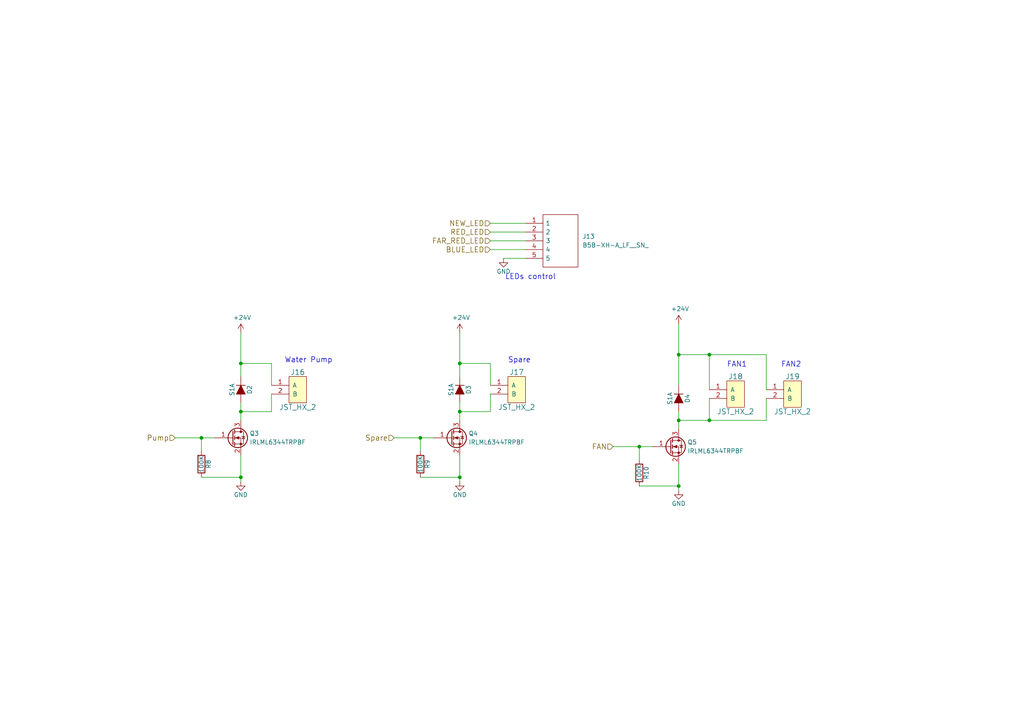
<source format=kicad_sch>
(kicad_sch (version 20230121) (generator eeschema)
  (paper "A4")
  (title_block (title "Astroplant Power Interface") (date "2018-02-13") (rev "0.5") (comment 1 "Vincent Frangi") (comment 2 "vincent.frangi@gmail.com"))
  (lib_symbols
    (symbol "Astroplant_VFR-rescue:D_ALT-Device" (pin_numbers hide) (pin_names (offset 1.016) hide)
      (property "Reference" "D" (at 0 2.54 0))
      (property "Value" "Device:D_ALT" (at 0 -2.54 0))
      (symbol "D_ALT-Device_0_1"
        (polyline (pts (xy -1.27 1.27) (xy -1.27 -1.27)) (stroke (width 0.2032)))
        (polyline (pts (xy 1.27 0) (xy -1.27 0)))
        (polyline (pts (xy 1.27 1.27) (xy 1.27 -1.27) (xy -1.27 0) (xy 1.27 1.27)) (stroke (width 0.2032)) (fill (type outline)))
      )
      (symbol "D_ALT-Device_1_1"
        (pin passive line (at -3.81 0 0) (length 2.54) (name "K") (number "1"))
        (pin passive line (at 3.81 0 180) (length 2.54) (name "A") (number "2"))
      )
    )
    (symbol "Astroplant_VFR-rescue:IRLML6344-AstroPlant" (pin_names (offset 0) hide)
      (property "Reference" "Q" (at 5.08 1.27 0))
      (property "Value" "AstroPlant:IRLML6344" (at 5.08 -1.27 0))
      (symbol "IRLML6344-AstroPlant_0_1"
        (polyline (pts (xy 0.0508 0) (xy 0.254 0)))
        (polyline (pts (xy 0.762 -1.778) (xy 2.54 -1.778)))
        (polyline (pts (xy 0.762 -1.27) (xy 0.762 -2.286)) (stroke (width 0.254)))
        (polyline (pts (xy 0.762 0) (xy 2.54 0)))
        (polyline (pts (xy 0.762 0.508) (xy 0.762 -0.508)) (stroke (width 0.254)))
        (polyline (pts (xy 0.762 1.778) (xy 2.54 1.778)))
        (polyline (pts (xy 0.762 2.286) (xy 0.762 1.27)) (stroke (width 0.254)))
        (polyline (pts (xy 2.54 -1.778) (xy 2.54 -2.54)))
        (polyline (pts (xy 2.54 -1.778) (xy 2.54 0)))
        (polyline (pts (xy 2.54 2.54) (xy 2.54 1.778)))
        (polyline (pts (xy 0.254 1.905) (xy 0.254 -1.905) (xy 0.254 -1.905)) (stroke (width 0.254)))
        (polyline (pts (xy 1.016 0) (xy 2.032 0.381) (xy 2.032 -0.381) (xy 1.016 0)) (fill (type outline)))
        (polyline (pts (xy 2.54 -1.778) (xy 3.302 -1.778) (xy 3.302 1.778) (xy 2.54 1.778)))
        (polyline (pts (xy 2.794 0.508) (xy 2.921 0.381) (xy 3.683 0.381) (xy 3.81 0.254)))
        (polyline (pts (xy 3.302 0.381) (xy 2.921 -0.254) (xy 3.683 -0.254) (xy 3.302 0.381)))
        (circle (center 1.651 0) (radius 2.8194) (stroke (width 0.254)))
        (circle (center 2.54 -1.778) (radius 0.2794) (fill (type outline)))
        (circle (center 2.54 1.778) (radius 0.2794) (fill (type outline)))
      )
      (symbol "IRLML6344-AstroPlant_1_1"
        (pin input line (at -5.08 0 0) (length 5.08) (name "G") (number "1"))
        (pin passive line (at 2.54 -5.08 90) (length 2.54) (name "S") (number "2"))
        (pin passive line (at 2.54 5.08 270) (length 2.54) (name "D") (number "3"))
      )
    )
    (symbol "Astroplant_VFR-rescue:JST_HX_2-JST_connector" (pin_names (offset 1.016))
      (property "Reference" "J" (at 0 6.35 0))
      (property "Value" "JST_connector:JST_HX_2" (at 0 -3.81 0))
      (symbol "JST_HX_2-JST_connector_0_1"
        (rectangle (start -2.54 5.08) (end 2.54 -2.54) (fill (type background)))
      )
      (symbol "JST_HX_2-JST_connector_1_1"
        (pin passive line (at -7.62 2.54 0) (length 5.08) (name "A") (number "1"))
        (pin passive line (at -7.62 0 0) (length 5.08) (name "B") (number "2"))
      )
    )
    (symbol "Device:R" (pin_numbers hide) (pin_names (offset 0))
      (property "Reference" "R" (at 2.032 0 90))
      (property "Value" "R" (at 0 0 90))
      (symbol "R_0_1"
        (rectangle (start -1.016 -2.54) (end 1.016 2.54) (stroke (width 0.254)))
      )
      (symbol "R_1_1"
        (pin passive line (at 0 3.81 270) (length 1.27) (name "~") (number "1"))
        (pin passive line (at 0 -3.81 90) (length 1.27) (name "~") (number "2"))
      )
    )
    (symbol "SamacSys_Parts:B5B-XH-A_LF__SN_" (pin_names (offset 0.762))
      (property "Reference" "J" (at 16.51 7.62 0))
      (property "Value" "B5B-XH-A_LF__SN_" (at 16.51 5.08 0))
      (symbol "B5B-XH-A_LF__SN__0_0"
        (pin passive line (at 0 0 0) (length 5.08) (name "1") (number "1"))
        (pin passive line (at 0 -2.54 0) (length 5.08) (name "2") (number "2"))
        (pin passive line (at 0 -5.08 0) (length 5.08) (name "3") (number "3"))
        (pin passive line (at 0 -7.62 0) (length 5.08) (name "4") (number "4"))
        (pin passive line (at 0 -10.16 0) (length 5.08) (name "5") (number "5"))
      )
      (symbol "B5B-XH-A_LF__SN__0_1"
        (polyline (pts (xy 5.08 2.54) (xy 15.24 2.54) (xy 15.24 -12.7) (xy 5.08 -12.7) (xy 5.08 2.54)) (stroke (width 0.1524)))
      )
    )
    (symbol "power:+24V" (power) (pin_names (offset 0))
      (property "Value" "+24V" (at 0 3.556 0))
      (symbol "+24V_0_1"
        (polyline (pts (xy -0.762 1.27) (xy 0 2.54)))
        (polyline (pts (xy 0 0) (xy 0 2.54)))
        (polyline (pts (xy 0 2.54) (xy 0.762 1.27)))
      )
      (symbol "+24V_1_1"
        (pin power_in line (at 0 0 90) (length 0) hide (name "+24V") (number "1"))
      )
    )
    (symbol "power:GND" (power) (pin_names (offset 0))
      (property "Value" "GND" (at 0 -3.81 0))
      (symbol "GND_0_1"
        (polyline (pts (xy 0 0) (xy 0 -1.27) (xy 1.27 -1.27) (xy 0 -2.54) (xy -1.27 -1.27) (xy 0 -1.27)))
      )
      (symbol "GND_1_1"
        (pin power_in line (at 0 0 270) (length 0) hide (name "GND") (number "1"))
      )
    )
  )
  (junction (at 196.85 102.87))
  (junction (at 133.35 138.43))
  (junction (at 205.74 121.92))
  (junction (at 69.85 105.41))
  (junction (at 69.85 119.38))
  (junction (at 121.92 127))
  (junction (at 69.85 138.43))
  (junction (at 133.35 119.38))
  (junction (at 185.42 129.54))
  (junction (at 196.85 121.92))
  (junction (at 133.35 105.41))
  (junction (at 205.74 102.87))
  (junction (at 58.42 127))
  (junction (at 196.85 140.97))
  (wire (pts (xy 114.3 127) (xy 121.92 127)))
  (wire (pts (xy 142.24 64.77) (xy 152.4 64.77)))
  (wire (pts (xy 177.8 129.54) (xy 185.42 129.54)))
  (wire (pts (xy 78.74 105.41) (xy 69.85 105.41)))
  (wire (pts (xy 142.24 119.38) (xy 142.24 114.3)))
  (wire (pts (xy 142.24 105.41) (xy 133.35 105.41)))
  (wire (pts (xy 133.35 116.84) (xy 133.35 119.38)))
  (wire (pts (xy 142.24 72.39) (xy 152.4 72.39)))
  (wire (pts (xy 222.25 102.87) (xy 222.25 113.03)))
  (wire (pts (xy 185.42 129.54) (xy 189.23 129.54)))
  (wire (pts (xy 142.24 69.85) (xy 152.4 69.85)))
  (wire (pts (xy 58.42 127) (xy 62.23 127)))
  (wire (pts (xy 69.85 138.43) (xy 69.85 139.7)))
  (wire (pts (xy 69.85 96.52) (xy 69.85 105.41)))
  (wire (pts (xy 69.85 119.38) (xy 69.85 121.92)))
  (wire (pts (xy 58.42 138.43) (xy 69.85 138.43)))
  (wire (pts (xy 121.92 127) (xy 125.73 127)))
  (wire (pts (xy 222.25 121.92) (xy 222.25 115.57)))
  (wire (pts (xy 69.85 119.38) (xy 78.74 119.38)))
  (wire (pts (xy 133.35 105.41) (xy 133.35 109.22)))
  (wire (pts (xy 196.85 102.87) (xy 196.85 111.76)))
  (wire (pts (xy 205.74 121.92) (xy 222.25 121.92)))
  (wire (pts (xy 69.85 116.84) (xy 69.85 119.38)))
  (wire (pts (xy 133.35 138.43) (xy 133.35 139.7)))
  (wire (pts (xy 185.42 129.54) (xy 185.42 133.35)))
  (wire (pts (xy 133.35 119.38) (xy 142.24 119.38)))
  (wire (pts (xy 121.92 127) (xy 121.92 130.81)))
  (wire (pts (xy 196.85 121.92) (xy 196.85 124.46)))
  (wire (pts (xy 196.85 119.38) (xy 196.85 121.92)))
  (wire (pts (xy 196.85 102.87) (xy 205.74 102.87)))
  (wire (pts (xy 196.85 134.62) (xy 196.85 140.97)))
  (wire (pts (xy 152.4 74.93) (xy 146.05 74.93)))
  (wire (pts (xy 142.24 67.31) (xy 152.4 67.31)))
  (wire (pts (xy 133.35 96.52) (xy 133.35 105.41)))
  (wire (pts (xy 133.35 119.38) (xy 133.35 121.92)))
  (wire (pts (xy 69.85 132.08) (xy 69.85 138.43)))
  (wire (pts (xy 205.74 113.03) (xy 205.74 102.87)))
  (wire (pts (xy 58.42 127) (xy 58.42 130.81)))
  (wire (pts (xy 185.42 140.97) (xy 196.85 140.97)))
  (wire (pts (xy 196.85 140.97) (xy 196.85 142.24)))
  (wire (pts (xy 78.74 119.38) (xy 78.74 114.3)))
  (wire (pts (xy 50.8 127) (xy 58.42 127)))
  (wire (pts (xy 196.85 121.92) (xy 205.74 121.92)))
  (wire (pts (xy 69.85 105.41) (xy 69.85 109.22)))
  (wire (pts (xy 78.74 111.76) (xy 78.74 105.41)))
  (wire (pts (xy 196.85 93.98) (xy 196.85 102.87)))
  (wire (pts (xy 133.35 132.08) (xy 133.35 138.43)))
  (wire (pts (xy 205.74 102.87) (xy 222.25 102.87)))
  (wire (pts (xy 205.74 121.92) (xy 205.74 115.57)))
  (wire (pts (xy 142.24 111.76) (xy 142.24 105.41)))
  (wire (pts (xy 121.92 138.43) (xy 133.35 138.43)))
  (text "Spare" (at 147.32 105.41 0) (effects (font (size 1.524 1.524)) (justify left bottom)))
  (text "LEDs control" (at 161.29 81.28 0) (effects (font (size 1.524 1.524)) (justify right bottom)))
  (text "Water Pump" (at 82.55 105.41 0) (effects (font (size 1.524 1.524)) (justify left bottom)))
  (text "FAN2" (at 232.41 106.68 0) (effects (font (size 1.524 1.524)) (justify right bottom)))
  (text "FAN1" (at 210.82 106.68 0) (effects (font (size 1.524 1.524)) (justify left bottom)))
  (hierarchical_label "FAN" (shape input) (at 177.8 129.54 180) (effects (font (size 1.524 1.524))))
  (hierarchical_label "Spare" (shape input) (at 114.3 127 180) (effects (font (size 1.524 1.524))))
  (hierarchical_label "Pump" (shape input) (at 50.8 127 180) (effects (font (size 1.524 1.524))))
  (hierarchical_label "FAR_RED_LED" (shape input) (at 142.24 69.85 180) (effects (font (size 1.524 1.524))))
  (hierarchical_label "NEW_LED" (shape input) (at 142.24 64.77 180) (effects (font (size 1.524 1.524))))
  (hierarchical_label "BLUE_LED" (shape input) (at 142.24 72.39 180) (effects (font (size 1.524 1.524))))
  (hierarchical_label "RED_LED" (shape input) (at 142.24 67.31 180) (effects (font (size 1.524 1.524))))
  (symbol (lib_id "power:GND") (at 196.85 142.24 0) (unit 1)
    (property "Reference" "#PWR0129" (effects hide))
    (property "Value" "GND" (at 196.85 146.05 0))
  )
  (symbol (lib_id "power:GND") (at 133.35 139.7 0) (unit 1)
    (property "Reference" "#PWR0130" (effects hide))
    (property "Value" "GND" (at 133.35 143.51 0))
  )
  (symbol (lib_id "Astroplant_VFR-rescue:D_ALT-Device") (at 69.85 113.03 270) (unit 1)
    (property "Reference" "D2" (at 72.39 113.03 0))
    (property "Value" "S1A" (at 67.31 113.03 0))
    (property "Footprint" "Diode_SMD:D_SMA" (effects hide))
    (property "Datasheet" "https://www.fairchildsemi.com/datasheets/S1/S1A.pdf" (effects hide))
    (property "MPN" "S1A-13-F" (effects hide))
    (property "URL" "https://www.digikey.com/product-detail/en/on-semiconductor/S1A/S1AFSCT-ND/965718" (effects hide))
    (property "Digikey Part Number" "S1AFSCT-ND" (effects hide))
  )
  (symbol (lib_id "power:GND") (at 69.85 139.7 0) (unit 1)
    (property "Reference" "#PWR0131" (effects hide))
    (property "Value" "GND" (at 69.85 143.51 0))
  )
  (symbol (lib_id "Astroplant_VFR-rescue:D_ALT-Device") (at 133.35 113.03 270) (unit 1)
    (property "Reference" "D3" (at 135.89 113.03 0))
    (property "Value" "S1A" (at 130.81 113.03 0))
    (property "Footprint" "Diode_SMD:D_SMA" (effects hide))
    (property "Datasheet" "https://www.fairchildsemi.com/datasheets/S1/S1A.pdf" (effects hide))
    (property "MPN" "S1A-13-F" (effects hide))
    (property "URL" "https://www.digikey.com/product-detail/en/on-semiconductor/S1A/S1AFSCT-ND/965718" (effects hide))
    (property "Digikey Part Number" "S1AFSCT-ND" (effects hide))
  )
  (symbol (lib_id "Astroplant_VFR-rescue:D_ALT-Device") (at 196.85 115.57 270) (unit 1)
    (property "Reference" "D4" (at 199.39 115.57 0))
    (property "Value" "S1A" (at 194.31 115.57 0))
    (property "Footprint" "Diode_SMD:D_SMA" (effects hide))
    (property "Datasheet" "https://www.fairchildsemi.com/datasheets/S1/S1A.pdf" (effects hide))
    (property "MPN" "S1A-13-F" (effects hide))
    (property "URL" "https://www.digikey.com/product-detail/en/on-semiconductor/S1A/S1AFSCT-ND/965718" (effects hide))
    (property "Digikey Part Number" "S1AFSCT-ND" (effects hide))
  )
  (symbol (lib_id "Device:R") (at 58.42 134.62 0) (unit 1)
    (property "Reference" "R8" (at 60.452 134.62 90))
    (property "Value" "100K" (at 58.42 134.62 90))
    (property "Footprint" "Resistor_SMD:R_0805_2012Metric" (effects hide))
    (property "Datasheet" "http://www.yageo.com/documents/recent/PYu-RC_Group_51_RoHS_L_8.pdf" (effects hide))
    (property "MPN" "RC0805FR-07100KL " (effects hide))
    (property "URL" "https://www.digikey.com/product-detail/en/yageo/RC0805FR-07100KL/311-100KCRCT-ND/730491" (effects hide))
    (property "Digikey Part Number" "311-100KCRCT-ND" (effects hide))
  )
  (symbol (lib_id "Device:R") (at 185.42 137.16 0) (unit 1)
    (property "Reference" "R10" (at 187.452 137.16 90))
    (property "Value" "100K" (at 185.42 137.16 90))
    (property "Footprint" "Resistor_SMD:R_0805_2012Metric" (effects hide))
    (property "Datasheet" "http://www.yageo.com/documents/recent/PYu-RC_Group_51_RoHS_L_8.pdf" (effects hide))
    (property "MPN" "RC0805FR-07100KL " (effects hide))
    (property "URL" "https://www.digikey.com/product-detail/en/yageo/RC0805FR-07100KL/311-100KCRCT-ND/730491" (effects hide))
    (property "Digikey Part Number" "311-100KCRCT-ND" (effects hide))
  )
  (symbol (lib_id "Device:R") (at 121.92 134.62 0) (unit 1)
    (property "Reference" "R9" (at 123.952 134.62 90))
    (property "Value" "100K" (at 121.92 134.62 90))
    (property "Footprint" "Resistor_SMD:R_0805_2012Metric" (effects hide))
    (property "Datasheet" "http://www.yageo.com/documents/recent/PYu-RC_Group_51_RoHS_L_8.pdf" (effects hide))
    (property "MPN" "RC0805FR-07100KL " (effects hide))
    (property "URL" "https://www.digikey.com/product-detail/en/yageo/RC0805FR-07100KL/311-100KCRCT-ND/730491" (effects hide))
    (property "Digikey Part Number" "311-100KCRCT-ND" (effects hide))
  )
  (symbol (lib_id "Astroplant_VFR-rescue:JST_HX_2-JST_connector") (at 213.36 115.57 0) (unit 1)
    (property "Reference" "J18" (at 213.36 109.22 0) (effects (font (size 1.524 1.524))))
    (property "Value" "JST_HX_2" (at 213.36 119.38 0) (effects (font (size 1.524 1.524))))
    (property "Footprint" "SamacSys_Parts:SHDR2W64P0X250_1X2_740X575X700P" (effects hide))
    (property "Datasheet" "http://www.jst-mfg.com/product/pdf/eng/eXH.pdf" (effects hide))
    (property "MPN" "B2B-XH-A(LF)(SN) " (effects hide))
    (property "URL" "https://www.digikey.com/products/en?keywords=%20B2B-XH-A(LF)(SN)%20" (effects hide))
    (property "Digikey Part Number" "455-2247-ND" (effects hide))
  )
  (symbol (lib_id "Astroplant_VFR-rescue:JST_HX_2-JST_connector") (at 229.87 115.57 0) (unit 1)
    (property "Reference" "J19" (at 229.87 109.22 0) (effects (font (size 1.524 1.524))))
    (property "Value" "JST_HX_2" (at 229.87 119.38 0) (effects (font (size 1.524 1.524))))
    (property "Footprint" "SamacSys_Parts:SHDR2W64P0X250_1X2_740X575X700P" (effects hide))
    (property "Datasheet" "http://www.jst-mfg.com/product/pdf/eng/eXH.pdf" (effects hide))
    (property "MPN" "B2B-XH-A(LF)(SN) " (effects hide))
    (property "URL" "https://www.digikey.com/products/en?keywords=%20B2B-XH-A(LF)(SN)%20" (effects hide))
    (property "Digikey Part Number" "455-2247-ND" (effects hide))
  )
  (symbol (lib_id "Astroplant_VFR-rescue:JST_HX_2-JST_connector") (at 149.86 114.3 0) (unit 1)
    (property "Reference" "J17" (at 149.86 107.95 0) (effects (font (size 1.524 1.524))))
    (property "Value" "JST_HX_2" (at 149.86 118.11 0) (effects (font (size 1.524 1.524))))
    (property "Footprint" "SamacSys_Parts:SHDR2W64P0X250_1X2_740X575X700P" (effects hide))
    (property "Datasheet" "http://www.jst-mfg.com/product/pdf/eng/eXH.pdf" (effects hide))
    (property "MPN" "B2B-XH-A(LF)(SN) " (effects hide))
    (property "URL" "https://www.digikey.com/products/en?keywords=%20B2B-XH-A(LF)(SN)%20" (effects hide))
    (property "Digikey Part Number" "455-2247-ND" (effects hide))
  )
  (symbol (lib_id "Astroplant_VFR-rescue:JST_HX_2-JST_connector") (at 86.36 114.3 0) (unit 1)
    (property "Reference" "J16" (at 86.36 107.95 0) (effects (font (size 1.524 1.524))))
    (property "Value" "JST_HX_2" (at 86.36 118.11 0) (effects (font (size 1.524 1.524))))
    (property "Footprint" "SamacSys_Parts:SHDR2W64P0X250_1X2_740X575X700P" (effects hide))
    (property "Datasheet" "http://www.jst-mfg.com/product/pdf/eng/eXH.pdf" (effects hide))
    (property "MPN" "B2B-XH-A(LF)(SN) " (effects hide))
    (property "URL" "https://www.digikey.com/products/en?keywords=%20B2B-XH-A(LF)(SN)%20" (effects hide))
    (property "Digikey Part Number" "455-2247-ND" (effects hide))
  )
  (symbol (lib_id "Astroplant_VFR-rescue:IRLML6344-AstroPlant") (at 194.31 129.54 0) (unit 1)
    (property "Reference" "Q5" (at 199.39 128.27 0) (effects (justify left)))
    (property "Value" "IRLML6344TRPBF" (at 199.39 130.81 0) (effects (justify left)))
    (property "Footprint" "Package_TO_SOT_SMD:SOT-23" (effects hide))
    (property "Datasheet" "https://www.infineon.com/dgdl/irlml6344pbf.pdf?fileId=5546d462533600a4015356689c44262c" (effects hide))
    (property "MPN" "IRLML6344TRPBF" (effects hide))
    (property "URL" "https://www.digikey.com/product-detail/en/infineon-technologies/IRLML6344TRPBF/IRLML6344TRPBFCT-ND/2538168" (effects hide))
    (property "Digikey Part Number" "IRLML6344TRPBFCT-ND" (effects hide))
  )
  (symbol (lib_id "Astroplant_VFR-rescue:IRLML6344-AstroPlant") (at 130.81 127 0) (unit 1)
    (property "Reference" "Q4" (at 135.89 125.73 0) (effects (justify left)))
    (property "Value" "IRLML6344TRPBF" (at 135.89 128.27 0) (effects (justify left)))
    (property "Footprint" "Package_TO_SOT_SMD:SOT-23" (effects hide))
    (property "Datasheet" "https://www.infineon.com/dgdl/irlml6344pbf.pdf?fileId=5546d462533600a4015356689c44262c" (effects hide))
    (property "MPN" "IRLML6344TRPBF" (effects hide))
    (property "URL" "https://www.digikey.com/product-detail/en/infineon-technologies/IRLML6344TRPBF/IRLML6344TRPBFCT-ND/2538168" (effects hide))
    (property "Digikey Part Number" "IRLML6344TRPBFCT-ND" (effects hide))
  )
  (symbol (lib_id "Astroplant_VFR-rescue:IRLML6344-AstroPlant") (at 67.31 127 0) (unit 1)
    (property "Reference" "Q3" (at 72.39 125.73 0) (effects (justify left)))
    (property "Value" "IRLML6344TRPBF" (at 72.39 128.27 0) (effects (justify left)))
    (property "Footprint" "Package_TO_SOT_SMD:SOT-23" (effects hide))
    (property "Datasheet" "https://www.infineon.com/dgdl/irlml6344pbf.pdf?fileId=5546d462533600a4015356689c44262c" (effects hide))
    (property "MPN" "IRLML6344TRPBF" (effects hide))
    (property "URL" "https://www.digikey.com/product-detail/en/infineon-technologies/IRLML6344TRPBF/IRLML6344TRPBFCT-ND/2538168" (effects hide))
    (property "Digikey Part Number" "IRLML6344TRPBFCT-ND" (effects hide))
  )
  (symbol (lib_id "power:+24V") (at 69.85 96.52 0) (unit 1)
    (property "Reference" "#PWR0136" (effects hide))
    (property "Value" "+24V" (at 70.231 92.1258 0))
  )
  (symbol (lib_id "power:+24V") (at 133.35 96.52 0) (unit 1)
    (property "Reference" "#PWR0137" (effects hide))
    (property "Value" "+24V" (at 133.731 92.1258 0))
  )
  (symbol (lib_id "power:+24V") (at 196.85 93.98 0) (unit 1)
    (property "Reference" "#PWR0138" (effects hide))
    (property "Value" "+24V" (at 197.231 89.5858 0))
  )
  (symbol (lib_id "SamacSys_Parts:B5B-XH-A_LF__SN_") (at 152.4 64.77 0) (unit 1)
    (property "Reference" "J13" (at 168.91 68.58 0) (effects (justify left)))
    (property "Value" "B5B-XH-A_LF__SN_" (at 168.91 71.12 0) (effects (justify left)))
    (property "Footprint" "SHDR5W64P0X250_1X5_1490X575X700P" (effects hide))
    (property "Datasheet" "http://www.jst-mfg.com/product/pdf/eng/eXH.pdf" (effects hide))
    (property "Description" "XH connector, 5 way" (effects hide))
    (property "Height" "7" (effects hide))
    (property "Manufacturer_Name" "JST (JAPAN SOLDERLESS TERMINALS)" (effects hide))
    (property "Manufacturer_Part_Number" "B5B-XH-A(LF)(SN)" (effects hide))
    (property "Arrow Part Number" "B5B-XH-A(LF)(SN)" (effects hide))
    (property "Arrow Price/Stock" "https://www.arrow.com/en/products/b5b-xh-a-lf-sn/jst-manufacturing" (effects hide))
  )
  (symbol (lib_id "power:GND") (at 146.05 74.93 0) (unit 1)
    (property "Reference" "#PWR0135" (effects hide))
    (property "Value" "GND" (at 146.05 78.74 0))
    (instances (project "Astroplant_VFR" (path "" (reference "#PWR0135") (unit 1))) (project "Astroplant_AL" (path "" (reference "#PWR07") (unit 1))))
  )
)
</source>
